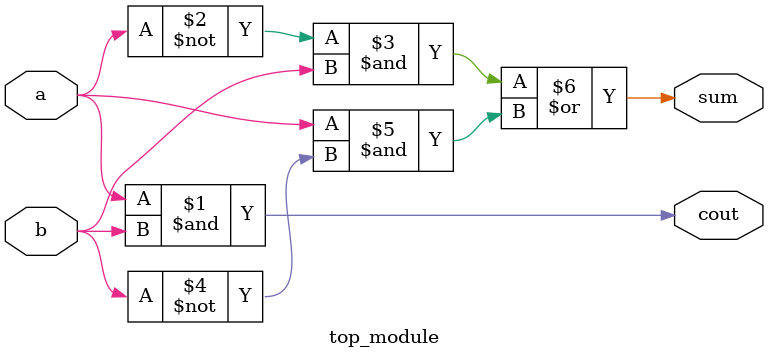
<source format=v>
module top_module(
    input a, b,
    output cout, sum );

    assign cout = a & b;
    assign sum = (~a & b) | (a & ~b);

endmodule

</source>
